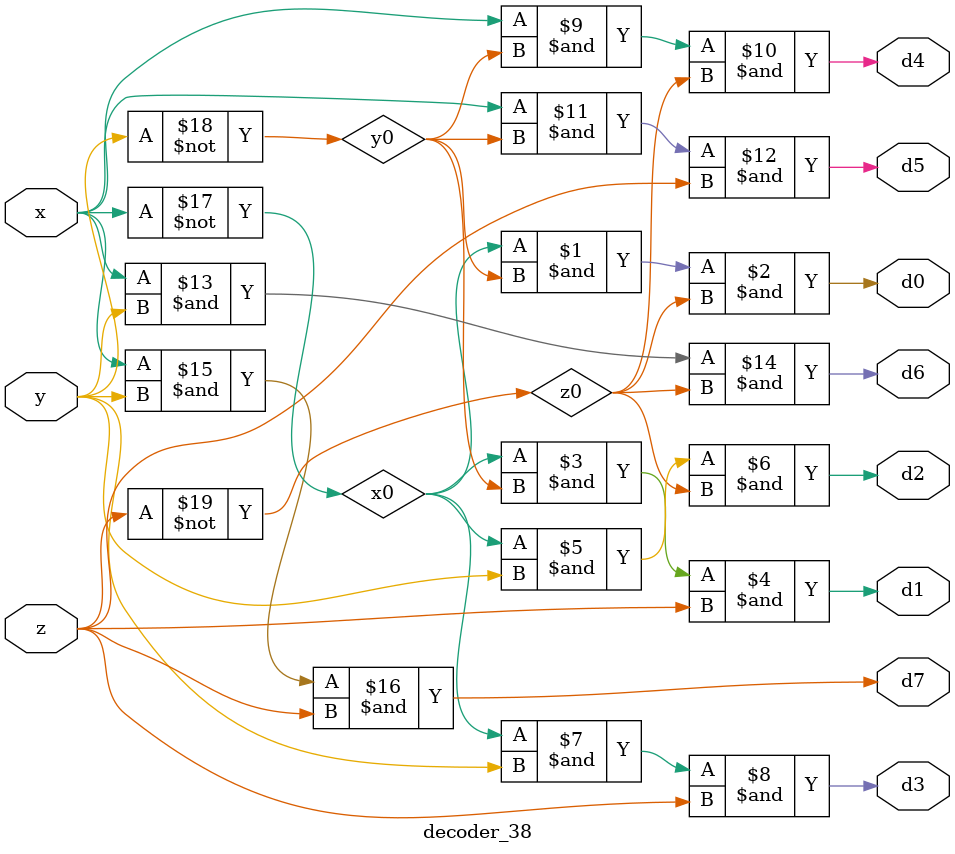
<source format=v>
module decoder_38(d0,d1,d2,d3,d4,d5,d6,d7,x,y,z);
	output d0,d1,d2,d3,d4,d5,d6,d7;
	input x,y,z;
	wire x0,y0,z0;
	not n1(x0,x);
	not n2(y0,y);
	not n3(z0,z);
	
	and a1(d0,x0,y0,z0);
	and a2(d1,x0,y0,z);
	and a3(d2,x0,y,z0);
	and a4(d3,x0,y,z);
	and a5(d4,x,y0,z0);
	and a6(d5,x,y0,z);
	and a7(d6,x,y,z0);
	and a8(d7,x,y,z);
endmodule
	
</source>
